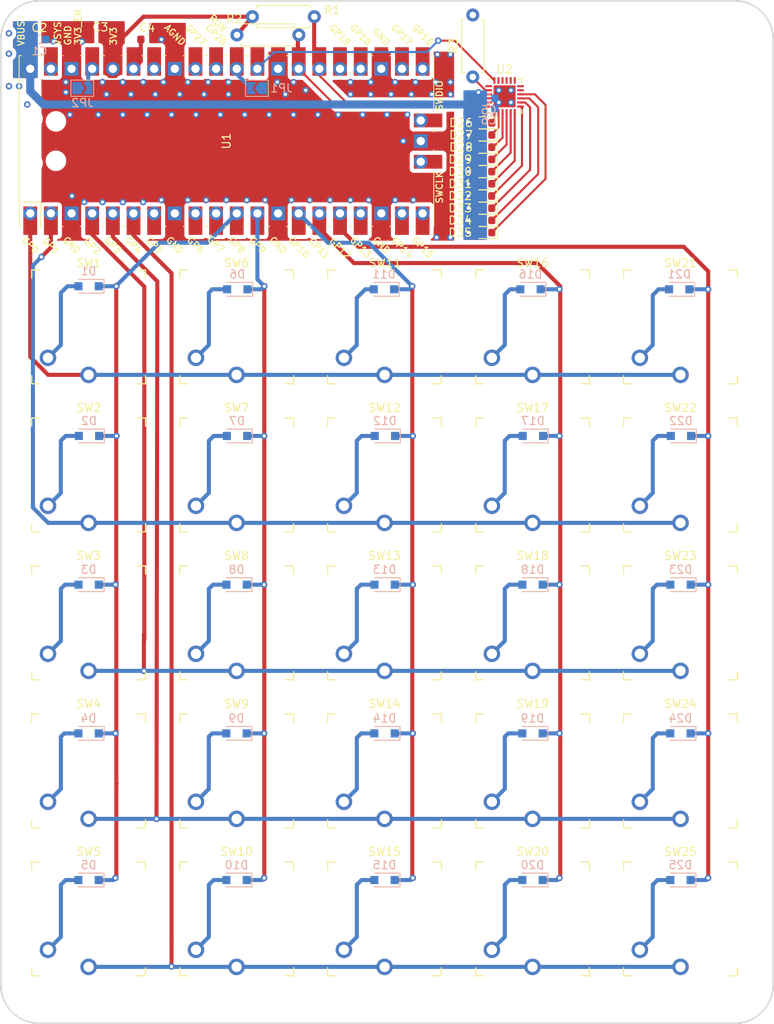
<source format=kicad_pcb>
(kicad_pcb (version 20211014) (generator pcbnew)
  (layers (0 "F.Cu" signal) (31 "B.Cu" signal) (34 "B.Paste" user) (35 "F.Paste" user) (36 "B.SilkS" user "B.Silkscreen") (37 "F.SilkS" user "F.Silkscreen") (38 "B.Mask" user) (39 "F.Mask" user) (44 "Edge.Cuts" user))
  (net 0 "")
  (net 1 "VBUS")
  (net 2 "GND")
  (net 3 "+3V3")
  (net 4 "Net-(C4-Pad1)")
  (net 5 "/Key Matrix/COL1")
  (net 6 "Net-(D1-Pad2)")
  (net 7 "Net-(D2-Pad2)")
  (net 8 "Net-(D3-Pad2)")
  (net 9 "Net-(D4-Pad2)")
  (net 10 "Net-(D5-Pad2)")
  (net 11 "/Key Matrix/COL2")
  (net 12 "Net-(D6-Pad2)")
  (net 13 "Net-(D7-Pad2)")
  (net 14 "Net-(D8-Pad2)")
  (net 15 "Net-(D9-Pad2)")
  (net 16 "Net-(D10-Pad2)")
  (net 17 "/Key Matrix/COL3")
  (net 18 "Net-(D11-Pad2)")
  (net 19 "Net-(D12-Pad2)")
  (net 20 "Net-(D13-Pad2)")
  (net 21 "Net-(D14-Pad2)")
  (net 22 "Net-(D15-Pad2)")
  (net 23 "/Key Matrix/COL4")
  (net 24 "Net-(D16-Pad2)")
  (net 25 "Net-(D17-Pad2)")
  (net 26 "Net-(D18-Pad2)")
  (net 27 "Net-(D19-Pad2)")
  (net 28 "Net-(D20-Pad2)")
  (net 29 "/Key Matrix/COL5")
  (net 30 "Net-(D21-Pad2)")
  (net 31 "Net-(D22-Pad2)")
  (net 32 "Net-(D23-Pad2)")
  (net 33 "Net-(D24-Pad2)")
  (net 34 "Net-(D25-Pad2)")
  (net 35 "Net-(JP1-Pad2)")
  (net 36 "Net-(JP2-Pad2)")
  (net 37 "Net-(D26-Pad1)")
  (net 38 "Net-(D27-Pad1)")
  (net 39 "/Key Matrix/ROW1")
  (net 40 "/Key Matrix/ROW2")
  (net 41 "/Key Matrix/ROW3")
  (net 42 "/Key Matrix/ROW4")
  (net 43 "/Key Matrix/ROW5")
  (net 44 "/Key Matrix/ROW6")
  (net 45 "/Key Matrix/ROW7")
  (net 46 "/Key Matrix/ROW8")
  (net 47 "/Key Matrix/COL6")
  (net 48 "/Key Matrix/COL7")
  (net 49 "/Key Matrix/COL8")
  (net 50 "/Pico/SPI0.MISO")
  (net 51 "/Pico/SPI0.B_CS")
  (net 52 "/Pico/SPI0.SCK")
  (net 53 "/Pico/SPI0.MOSI")
  (net 54 "Net-(D28-Pad1)")
  (net 61 "Net-(D29-Pad1)")
  (net 62 "Net-(D30-Pad1)")
  (net 63 "Net-(D31-Pad1)")
  (net 64 "Net-(D32-Pad1)")
  (net 65 "Net-(D33-Pad1)")
  (net 66 "Net-(D34-Pad1)")
  (net 67 "Net-(D35-Pad1)")
  (net 68 "/LED Matrix/I2C1.SDA")
  (net 69 "/LED Matrix/I2C1.SCL")
  (net 70 "Net-(R3-Pad1)")
  (net 71 "/LED Matrix/~{SDB}")
  (footprint "keyswitches:SW_PG1350" (layer "F.Cu") (at 90.138 127.412)
    (fp_text reference "SW14")
    (fp_text value "SW_DIP_x01")
  )
  (footprint "LED_SMD:LED_0603_1608Metric" (layer "F.Cu") (at 102.538 53.712 180)
    (fp_text reference "D30")
    (fp_text value "LED_Small")
  )
  (footprint "Capacitor_SMD:C_0603_1608Metric" (layer "F.Cu") (at 54.688 37.462 180)
    (fp_text reference "C3")
    (fp_text value "1u")
  )
  (footprint "Capacitor_SMD:C_0603_1608Metric" (layer "F.Cu") (at 60.938 37.462)
    (fp_text reference "C4")
    (fp_text value "1u")
  )
  (footprint "Capacitor_SMD:C_0603_1608Metric" (layer "F.Cu") (at 47.688 37.462)
    (fp_text reference "C2")
    (fp_text value "1u")
  )
  (footprint "LED_SMD:LED_0603_1608Metric" (layer "F.Cu") (at 102.538 61.212 180)
    (fp_text reference "D35")
    (fp_text value "LED_Small")
  )
  (footprint "keyswitches:SW_PG1350" (layer "F.Cu") (at 108.338 109.212)
    (fp_text reference "SW18")
    (fp_text value "SW_DIP_x01")
  )
  (footprint "keyswitches:SW_PG1350" (layer "F.Cu") (at 108.338 145.612)
    (fp_text reference "SW20")
    (fp_text value "SW_DIP_x01")
  )
  (footprint "keyswitches:SW_PG1350" (layer "F.Cu") (at 126.538 127.412)
    (fp_text reference "SW24")
    (fp_text value "SW_DIP_x01")
  )
  (footprint "keyswitches:SW_PG1350" (layer "F.Cu") (at 53.738 145.612)
    (fp_text reference "SW5")
    (fp_text value "SW_DIP_x01")
  )
  (footprint "LED_SMD:LED_0603_1608Metric" (layer "F.Cu") (at 102.538 50.712 180)
    (fp_text reference "D28")
    (fp_text value "LED_Small")
  )
  (footprint "MCU_RaspberryPi_and_Boards:RPi_Pico_SMD_TH" (layer "F.Cu") (at 70.688 49.962 90)
    (fp_text reference "U1")
    (fp_text value "Pico")
  )
  (footprint "Resistor_THT:R_Axial_DIN0207_L6.3mm_D2.5mm_P7.62mm_Horizontal" (layer "F.Cu") (at 100.988 42.072 90)
    (fp_text reference "R3")
    (fp_text value "4.7k")
  )
  (footprint "keyswitches:SW_PG1350" (layer "F.Cu") (at 108.338 72.812)
    (fp_text reference "SW16")
    (fp_text value "SW_DIP_x01")
  )
  (footprint "keyswitches:SW_PG1350" (layer "F.Cu") (at 126.538 145.612)
    (fp_text reference "SW25")
    (fp_text value "SW_DIP_x01")
  )
  (footprint "keyswitches:SW_PG1350" (layer "F.Cu") (at 90.138 109.212)
    (fp_text reference "SW13")
    (fp_text value "SW_DIP_x01")
  )
  (footprint "keyswitches:SW_PG1350" (layer "F.Cu") (at 71.938 127.412)
    (fp_text reference "SW9")
    (fp_text value "SW_DIP_x01")
  )
  (footprint "keyswitches:SW_PG1350" (layer "F.Cu") (at 108.338 127.412)
    (fp_text reference "SW19")
    (fp_text value "SW_DIP_x01")
  )
  (footprint "LED_SMD:LED_0603_1608Metric" (layer "F.Cu") (at 102.538 55.212 180)
    (fp_text reference "D31")
    (fp_text value "LED_Small")
  )
  (footprint "LED_SMD:LED_0603_1608Metric" (layer "F.Cu") (at 102.538 59.712 180)
    (fp_text reference "D34")
    (fp_text value "LED_Small")
  )
  (footprint "keyswitches:SW_PG1350" (layer "F.Cu") (at 71.938 145.612)
    (fp_text reference "SW10")
    (fp_text value "SW_DIP_x01")
  )
  (footprint "LED_SMD:LED_0603_1608Metric" (layer "F.Cu") (at 102.538 58.212 180)
    (fp_text reference "D33")
    (fp_text value "LED_Small")
  )
  (footprint "keyswitches:SW_PG1350" (layer "F.Cu") (at 71.938 72.812)
    (fp_text reference "SW6")
    (fp_text value "SW_DIP_x01")
  )
  (footprint "LED_SMD:LED_0603_1608Metric" (layer "F.Cu") (at 102.538 52.212 180)
    (fp_text reference "D29")
    (fp_text value "LED_Small")
  )
  (footprint "keyswitches:SW_PG1350" (layer "F.Cu") (at 90.138 145.612)
    (fp_text reference "SW15")
    (fp_text value "SW_DIP_x01")
  )
  (footprint "keyswitches:SW_PG1350" (layer "F.Cu") (at 71.938 91.012)
    (fp_text reference "SW7")
    (fp_text value "SW_DIP_x01")
  )
  (footprint "keyswitches:SW_PG1350" (layer "F.Cu") (at 90.138 72.812)
    (fp_text reference "SW11")
    (fp_text value "SW_DIP_x01")
  )
  (footprint "keyswitches:SW_PG1350" (layer "F.Cu") (at 53.738 109.212)
    (fp_text reference "SW3")
    (fp_text value "SW_DIP_x01")
  )
  (footprint "keyswitches:SW_PG1350" (layer "F.Cu") (at 71.938 109.212)
    (fp_text reference "SW8")
    (fp_text value "SW_DIP_x01")
  )
  (footprint "keyswitches:SW_PG1350" (layer "F.Cu") (at 126.538 72.812)
    (fp_text reference "SW21")
    (fp_text value "SW_DIP_x01")
  )
  (footprint "keyswitches:SW_PG1350" (layer "F.Cu") (at 126.538 91.012)
    (fp_text reference "SW22")
    (fp_text value "SW_DIP_x01")
  )
  (footprint "keyswitches:SW_PG1350" (layer "F.Cu") (at 53.738 91.012)
    (fp_text reference "SW2")
    (fp_text value "SW_DIP_x01")
  )
  (footprint "keyswitches:SW_PG1350" (layer "F.Cu") (at 126.538 109.212)
    (fp_text reference "SW23")
    (fp_text value "SW_DIP_x01")
  )
  (footprint "keyswitches:SW_PG1350" (layer "F.Cu") (at 90.138 91.012)
    (fp_text reference "SW12")
    (fp_text value "SW_DIP_x01")
  )
  (footprint "keyswitches:SW_PG1350" (layer "F.Cu") (at 108.338 91.012)
    (fp_text reference "SW17")
    (fp_text value "SW_DIP_x01")
  )
  (footprint "LED_SMD:LED_0603_1608Metric" (layer "F.Cu") (at 102.538 49.212 180)
    (fp_text reference "D27")
    (fp_text value "LED_Small")
  )
  (footprint "keyswitches:SW_PG1350" (layer "F.Cu") (at 53.738 127.412)
    (fp_text reference "SW4")
    (fp_text value "SW_DIP_x01")
  )
  (footprint "Resistor_THT:R_Axial_DIN0207_L6.3mm_D2.5mm_P7.62mm_Horizontal" (layer "F.Cu") (at 71.978 36.912)
    (fp_text reference "R2")
    (fp_text value "4.7k")
  )
  (footprint "LED_SMD:LED_0603_1608Metric" (layer "F.Cu") (at 102.538 47.712 180)
    (fp_text reference "D26")
    (fp_text value "LED_Small")
  )
  (footprint "LED_SMD:LED_0603_1608Metric" (layer "F.Cu") (at 102.5255 56.712 180)
    (fp_text reference "D32")
    (fp_text value "LED_Small")
  )
  (footprint "Resistor_THT:R_Axial_DIN0207_L6.3mm_D2.5mm_P7.62mm_Horizontal" (layer "F.Cu") (at 73.878 34.662)
    (fp_text reference "R1")
    (fp_text value "4.7k")
  )
  (footprint "Package_DFN_QFN:QFN-24-1EP_4x4mm_P0.5mm_EP2.7x2.7mm" (layer "F.Cu") (at 104.89892 44.462)
    (fp_text reference "U2")
    (fp_text value "IS31FL3218-QF")
  )
  (footprint "keyswitches:SW_PG1350" (layer "F.Cu") (at 53.738 72.812)
    (fp_text reference "SW1")
    (fp_text value "SW_DIP_x01")
  )
  (footprint "Diode_SMD:D_SOD-323_HandSoldering" (layer "B.Cu") (at 53.734 67.812 180)
    (fp_text reference "D1")
    (fp_text value "D_Small")
  )
  (footprint "Diode_SMD:D_SOD-323_HandSoldering" (layer "B.Cu") (at 71.924001 122.798 180)
    (fp_text reference "D9")
    (fp_text value "D_Small")
  )
  (footprint "Diode_SMD:D_SOD-323_HandSoldering" (layer "B.Cu") (at 126.534002 140.832 180)
    (fp_text reference "D25")
    (fp_text value "D_Small")
  )
  (footprint "Diode_SMD:D_SOD-323_HandSoldering" (layer "B.Cu") (at 53.783 86.222 180)
    (fp_text reference "D2")
    (fp_text value "D_Small")
  )
  (footprint "Jumper:SolderJumper-2_P1.3mm_Open_TrianglePad1.0x1.5mm" (layer "B.Cu") (at 52.963 43.462)
    (fp_text reference "JP2")
    (fp_text value "Jumper_2_Open")
  )
  (footprint "Diode_SMD:D_SOD-323_HandSoldering" (layer "B.Cu") (at 53.734 140.832 180)
    (fp_text reference "D5")
    (fp_text value "D_Small")
  )
  (footprint "Diode_SMD:D_SOD-323_HandSoldering" (layer "B.Cu") (at 71.993 86.222 180)
    (fp_text reference "D7")
    (fp_text value "D_Small")
  )
  (footprint "Diode_SMD:D_SOD-323_HandSoldering" (layer "B.Cu") (at 108.09 68.188 180)
    (fp_text reference "D16")
    (fp_text value "D_Small")
  )
  (footprint "Diode_SMD:D_SOD-323_HandSoldering" (layer "B.Cu") (at 53.734 122.798 180)
    (fp_text reference "D4")
    (fp_text value "D_Small")
  )
  (footprint "Capacitor_SMD:C_0603_1608Metric" (layer "B.Cu") (at 47.688 37.462)
    (fp_text reference "C1")
    (fp_text value "0.1u")
  )
  (footprint "Diode_SMD:D_SOD-323_HandSoldering" (layer "B.Cu") (at 108.333999 122.798 180)
    (fp_text reference "D19")
    (fp_text value "D_Small")
  )
  (footprint "Diode_SMD:D_SOD-323_HandSoldering" (layer "B.Cu") (at 71.934002 140.832 180)
    (fp_text reference "D10")
    (fp_text value "D_Small")
  )
  (footprint "Diode_SMD:D_SOD-323_HandSoldering" (layer "B.Cu") (at 126.378 68.188 180)
    (fp_text reference "D21")
    (fp_text value "D_Small")
  )
  (footprint "Diode_SMD:D_SOD-323_HandSoldering" (layer "B.Cu") (at 90.134002 140.832 180)
    (fp_text reference "D15")
    (fp_text value "D_Small")
  )
  (footprint "Capacitor_SMD:C_0603_1608Metric" (layer "B.Cu") (at 102.938 44.712)
    (fp_text reference "C5")
    (fp_text value "0.1u")
  )
  (footprint "Diode_SMD:D_SOD-323_HandSoldering" (layer "B.Cu") (at 126.534 122.798 180)
    (fp_text reference "D24")
    (fp_text value "D_Small")
  )
  (footprint "Capacitor_SMD:C_0603_1608Metric" (layer "B.Cu") (at 102.938 45.962)
    (fp_text reference "C6")
    (fp_text value "1u")
  )
  (footprint "Diode_SMD:D_SOD-323_HandSoldering" (layer "B.Cu") (at 90.144 104.51 180)
    (fp_text reference "D13")
    (fp_text value "D_Small")
  )
  (footprint "Diode_SMD:D_SOD-323_HandSoldering" (layer "B.Cu") (at 108.382999 86.222 180)
    (fp_text reference "D17")
    (fp_text value "D_Small")
  )
  (footprint "Diode_SMD:D_SOD-323_HandSoldering" (layer "B.Cu") (at 90.056 68.188 180)
    (fp_text reference "D11")
    (fp_text value "D_Small")
  )
  (footprint "Diode_SMD:D_SOD-323_HandSoldering" (layer "B.Cu") (at 53.744 104.51 180)
    (fp_text reference "D3")
    (fp_text value "D_Small")
  )
  (footprint "Diode_SMD:D_SOD-323_HandSoldering" (layer "B.Cu") (at 71.944001 104.51 180)
    (fp_text reference "D8")
    (fp_text value "D_Small")
  )
  (footprint "Diode_SMD:D_SOD-323_HandSoldering" (layer "B.Cu") (at 126.544002 104.51 180)
    (fp_text reference "D23")
    (fp_text value "D_Small")
  )
  (footprint "Diode_SMD:D_SOD-323_HandSoldering" (layer "B.Cu") (at 72.022 68.188 180)
    (fp_text reference "D6")
    (fp_text value "D_Small")
  )
  (footprint "Diode_SMD:D_SOD-323_HandSoldering" (layer "B.Cu") (at 108.344 104.51 180)
    (fp_text reference "D18")
    (fp_text value "D_Small")
  )
  (footprint "Jumper:SolderJumper-2_P1.3mm_Open_TrianglePad1.0x1.5mm" (layer "B.Cu") (at 74.438 43.462 180)
    (fp_text reference "JP1")
    (fp_text value "Jumper_2_Open")
  )
  (footprint "Diode_SMD:D_SOD-323_HandSoldering" (layer "B.Cu") (at 108.334001 140.832 180)
    (fp_text reference "D20")
    (fp_text value "D_Small")
  )
  (footprint "Diode_SMD:D_SOD-323_HandSoldering" (layer "B.Cu") (at 90.183 86.222 180)
    (fp_text reference "D12")
    (fp_text value "D_Small")
  )
  (footprint "Diode_SMD:D_SOD-323_HandSoldering" (layer "B.Cu") (at 90.134 122.798 180)
    (fp_text reference "D14")
    (fp_text value "D_Small")
  )
  (footprint "Diode_SMD:D_SOD-323_HandSoldering" (layer "B.Cu") (at 126.593 86.222 180)
    (fp_text reference "D22")
    (fp_text value "D_Small")
  )
  (gr_line (start 42.938 37.462) (end 42.938 153.712) (layer "Edge.Cuts") (width 0.2))
  (gr_arc (start 47.688 158.462) (mid 44.329243 157.070757) (end 42.938 153.712) (layer "Edge.Cuts") (width 0.2))
  (gr_line (start 47.688 32.712) (end 133.188 32.712) (layer "Edge.Cuts") (width 0.2))
  (gr_arc (start 133.188 32.712) (mid 136.546757 34.103243) (end 137.938 37.462) (layer "Edge.Cuts") (width 0.2))
  (gr_line (start 47.688 158.462) (end 133.188 158.462) (layer "Edge.Cuts") (width 0.2))
  (gr_line (start 137.938 153.712) (end 137.938 37.462) (layer "Edge.Cuts") (width 0.2))
  (gr_arc (start 137.938 153.712) (mid 136.546757 157.070757) (end 133.188 158.462) (layer "Edge.Cuts") (width 0.2))
  (gr_arc (start 42.938 37.462) (mid 44.329243 34.103243) (end 47.688 32.712) (layer "Edge.Cuts") (width 0.2))
  (segment (start 46.913 40.717) (end 46.558 41.072) (width 0.5) (layer "F.Cu") (net 1))
  (segment (start 101.930718 44.212) (end 101.684359 43.965641) (width 0.254) (layer "F.Cu") (net 1))
  (segment (start 46.913 37.462) (end 46.913 40.717) (width 0.5) (layer "F.Cu") (net 1))
  (segment (start 102.93642 44.212) (end 101.930718 44.212) (width 0.254) (layer "F.Cu") (net 1))
  (via (at 100.438 47.612) (size 0.8) (drill 0.4) (layers "F.Cu" "B.Cu") (net 1))
  (via (at 100.438 56.712) (size 0.8) (drill 0.4) (layers "F.Cu" "B.Cu") (net 1))
  (via (at 100.438 50.712) (size 0.8) (drill 0.4) (layers "F.Cu" "B.Cu") (net 1))
  (via (at 101.684359 43.965641) (size 0.8) (drill 0.4) (layers "F.Cu" "B.Cu") (net 1))
  (via (at 100.438 53.712) (size 0.8) (drill 0.4) (layers "F.Cu" "B.Cu") (net 1))
  (via (at 100.438 49.212) (size 0.8) (drill 0.4) (layers "F.Cu" "B.Cu") (net 1))
  (via (at 100.438 61.212) (size 0.8) (drill 0.4) (layers "F.Cu" "B.Cu") (net 1))
  (via (at 100.438 59.712) (size 0.8) (drill 0.4) (layers "F.Cu" "B.Cu") (net 1))
  (via (at 100.438 52.212) (size 0.8) (drill 0.4) (layers "F.Cu" "B.Cu") (net 1))
  (via (at 100.438 55.212) (size 0.8) (drill 0.4) (layers "F.Cu" "B.Cu") (net 1))
  (via (at 100.438 58.212) (size 0.8) (drill 0.4) (layers "F.Cu" "B.Cu") (net 1))
  (segment (start 101.413 45.462) (end 102.163 44.712) (width 1) (layer "B.Cu") (net 1))
  (segment (start 46.558 43.832) (end 48.188 45.462) (width 1) (layer "B.Cu") (net 1))
  (segment (start 48.188 45.462) (end 101.413 45.462) (width 1) (layer "B.Cu") (net 1))
  (segment (start 46.558 41.072) (end 46.558 43.832) (width 1) (layer "B.Cu") (net 1))
  (segment (start 104.64892 44.712) (end 104.89892 44.462) (width 0.254) (layer "F.Cu") (net 2))
  (segment (start 102.93642 44.712) (end 104.64892 44.712) (width 0.254) (layer "F.Cu") (net 2))
  (via (at 51.688 56.712) (size 0.8) (drill 0.4) (layers "F.Cu" "B.Cu") (net 2))
  (via (at 88.188 57.212) (size 0.8) (drill 0.4) (layers "F.Cu" "B.Cu") (net 2))
  (via (at 76.938 42.712) (size 0.8) (drill 0.4) (layers "F.Cu" "B.Cu") (net 2))
  (via (at 98.238 42.712) (size 0.8) (drill 0.4) (layers "F.Cu" "B.Cu") (net 2))
  (via (at 64.938 44.212) (size 0.8) (drill 0.4) (layers "F.Cu" "B.Cu") (net 2))
  (via (at 105.688 43.712) (size 0.8) (drill 0.4) (layers "F.Cu" "B.Cu") (net 2))
  (via (at 98.238 44.212) (size 0.8) (drill 0.4) (layers "F.Cu" "B.Cu") (net 2))
  (via (at 70.688 57.212) (size 0.8) (drill 0.4) (layers "F.Cu" "B.Cu") (net 2))
  (via (at 93.688 57.212) (size 0.8) (drill 0.4) (layers "F.Cu" "B.Cu") (net 2))
  (via (at 69.938 46.712) (size 0.8) (drill 0.4) (layers "F.Cu" "B.Cu") (net 2))
  (via (at 85.938 44.212) (size 0.8) (drill 0.4) (layers "F.Cu" "B.Cu") (net 2))
  (via (at 52.938 37.712) (size 0.8) (drill 0.4) (layers "F.Cu" "B.Cu") (net 2))
  (via (at 62.938 42.712) (size 0.8) (drill 0.4) (layers "F.Cu" "B.Cu") (net 2))
  (via (at 95.938 44.212) (size 0.8) (drill 0.4) (layers "F.Cu" "B.Cu") (net 2))
  (via (at 92.938 46.712) (size 0.8) (drill 0.4) (layers "F.Cu" "B.Cu") (net 2))
  (via (at 70.938 44.212) (size 0.8) (drill 0.4) (layers "F.Cu" "B.Cu") (net 2))
  (via (at 55.438 57.462) (size 0.8) (drill 0.4) (layers "F.Cu" "B.Cu") (net 2))
  (via (at 62.688 57.212) (size 0.8) (drill 0.4) (layers "F.Cu" "B.Cu") (net 2))
  (via (at 96.538 61.812) (size 0.8) (drill 0.4) (layers "F.Cu" "B.Cu") (net 2))
  (via (at 57.938 57.462) (size 0.8) (drill 0.4) (layers "F.Cu" "B.Cu") (net 2))
  (via (at 72.938 46.712) (size 0.8) (drill 0.4) (layers "F.Cu" "B.Cu") (net 2))
  (via (at 43.938 39.212) (size 0.8) (drill 0.4) (layers "F.Cu" "B.Cu") (net 2))
  (via (at 80.938 57.212) (size 0.8) (drill 0.4) (layers "F.Cu" "B.Cu") (net 2))
  (via (at 78.938 46.712) (size 0.8) (drill 0.4) (layers "F.Cu" "B.Cu") (net 2))
  (via (at 85.938 57.212) (size 0.8) (drill 0.4) (layers "F.Cu" "B.Cu") (net 2))
  (via (at 66.938 46.712) (size 0.8) (drill 0.4) (layers "F.Cu" "B.Cu") (net 2))
  (via (at 104.188 45.212) (size 0.8) (drill 0.4) (layers "F.Cu" "B.Cu") (net 2))
  (via (at 46.188 45.462) (size 0.8) (drill 0.4) (layers "F.Cu" "B.Cu") (net 2))
  (via (at 49.438 37.712) (size 0.8) (drill 0.4) (layers "F.Cu" "B.Cu") (net 2))
  (via (at 61.938 44.212) (size 0.8) (drill 0.4) (layers "F.Cu" "B.Cu") (net 2))
  (via (at 78.688 57.212) (size 0.8) (drill 0.4) (layers "F.Cu" "B.Cu") (net 2))
  (via (at 55.938 44.212) (size 0.8) (drill 0.4) (layers "F.Cu" "B.Cu") (net 2))
  (via (at 91.438 42.712) (size 0.8) (drill 0.4) (layers "F.Cu" "B.Cu") (net 2))
  (via (at 70.938 42.712) (size 0.8) (drill 0.4) (layers "F.Cu" "B.Cu") (net 2))
  (via (at 98.238 61.812) (size 0.8) (drill 0.4) (layers "F.Cu" "B.Cu") (net 2))
  (via (at 88.438 44.212) (size 0.8) (drill 0.4) (layers "F.Cu" "B.Cu") (net 2))
  (via (at 68.438 42.712) (size 0.8) (drill 0.4) (layers "F.Cu" "B.Cu") (net 2))
  (via (at 63.938 46.712) (size 0.8) (drill 0.4) (layers "F.Cu" "B.Cu") (net 2))
  (via (at 67.938 44.212) (size 0.8) (drill 0.4) (layers "F.Cu" "B.Cu") (net 2))
  (via (at 50.938 42.712) (size 0.8) (drill 0.4) (layers "F.Cu" "B.Cu") (net 2))
  (via (at 91.438 57.212) (size 0.8) (drill 0.4) (layers "F.Cu" "B.Cu") (net 2))
  (via (at 60.438 57.462) (size 0.8) (drill 0.4) (layers "F.Cu" "B.Cu") (net 2))
  (via (at 75.938 46.712) (size 0.8) (drill 0.4) (layers "F.Cu" "B.Cu") (net 2))
  (via (at 43.938 43.212) (size 0.8) (drill 0.4) (layers "F.Cu" "B.Cu") (net 2))
  (via (at 62.688 37.462) (size 0.8) (drill 0.4) (layers "F.Cu" "B.Cu") (net 2))
  (via (at 90.938 44.212) (size 0.8) (drill 0.4) (layers "F.Cu" "B.Cu") (net 2))
  (via (at 96.438 42.712) (size 0.8) (drill 0.4) (layers "F.Cu" "B.Cu") (net 2))
  (via (at 84.438 46.712) (size 0.8) (drill 0.4) (layers "F.Cu" "B.Cu") (net 2))
  (via (at 93.438 44.212) (size 0.8) (drill 0.4) (layers "F.Cu" "B.Cu") (net 2))
  (via (at 83.438 57.212) (size 0.8) (drill 0.4) (layers "F.Cu" "B.Cu") (net 2))
  (via (at 105.688 45.212) (size 0.8) (drill 0.4) (layers "F.Cu" "B.Cu") (net 2))
  (via (at 88.438 42.712) (size 0.8) (drill 0.4) (layers "F.Cu" "B.Cu") (net 2))
  (via (at 57.938 42.712) (size 0.8) (drill 0.4) (layers "F.Cu" "B.Cu") (net 2))
  (via (at 50.938 43.962) (size 0.8) (drill 0.4) (layers "F.Cu" "B.Cu") (net 2))
  (via (at 51.438 46.712) (size 0.8) (drill 0.4) (layers "F.Cu" "B.Cu") (net 2))
  (via (at 85.938 42.712) (size 0.8) (drill 0.4) (layers "F.Cu" "B.Cu") (net 2))
  (via (at 98.238 39.312) (size 0.8) (drill 0.4) (layers "F.Cu" "B.Cu") (net 2))
  (via (at 68.188 57.212) (size 0.8) (drill 0.4) (layers "F.Cu" "B.Cu") (net 2))
  (via (at 77.938 44.212) (size 0.8) (drill 0.4) (layers "F.Cu" "B.Cu") (net 2))
  (via (at 45.188 43.212) (size 0.8) (drill 0.4) (layers "F.Cu" "B.Cu") (net 2))
  (via (at 80.438 43.712) (size 0.8) (drill 0.4) (layers "F.Cu" "B.Cu") (net 2))
  (via (at 53.188 57.462) (size 0.8) (drill 0.4) (layers "F.Cu" "B.Cu") (net 2))
  (via (at 104.188 43.712) (size 0.8) (drill 0.4) (layers "F.Cu" "B.Cu") (net 2))
  (via (at 93.938 42.712) (size 0.8) (drill 0.4) (layers "F.Cu" "B.Cu") (net 2))
  (via (at 78.938 42.712) (size 0.8) (drill 0.4) (layers "F.Cu" "B.Cu") (net 2))
  (via (at 60.938 46.712) (size 0.8) (drill 0.4) (layers "F.Cu" "B.Cu") (net 2))
  (via (at 92.438 49.962) (size 0.8) (drill 0.4) (layers "F.Cu" "B.Cu") (net 2))
  (via (at 65.938 57.212) (size 0.8) (drill 0.4) (layers "F.Cu" "B.Cu") (net 2))
  (via (at 55.438 42.712) (size 0.8) (drill 0.4) (layers "F.Cu" "B.Cu") (net 2))
  (via (at 73.188 57.212) (size 0.8) (drill 0.4) (layers "F.Cu" "B.Cu") (net 2))
  (via (at 58.938 44.212) (size 0.8) (drill 0.4) (layers "F.Cu" "B.Cu") (net 2))
  (via (at 87.438 46.712) (size 0.8) (drill 0.4) (layers "F.Cu" "B.Cu") (net 2))
  (via (at 75.438 57.212) (size 0.8) (drill 0.4) (layers "F.Cu" "B.Cu") (net 2))
  (via (at 90.438 46.712) (size 0.8) (drill 0.4) (layers "F.Cu" "B.Cu") (net 2))
  (via (at 96.638 39.312) (size 0.8) (drill 0.4) (layers "F.Cu" "B.Cu") (net 2))
  (via (at 65.938 42.712) (size 0.8) (drill 0.4) (layers "F.Cu" "B.Cu") (net 2))
  (via (at 54.938 46.712) (size 0.8) (drill 0.4) (layers "F.Cu" "B.Cu") (net 2))
  (via (at 43.938 36.712) (size 0.8) (drill 0.4) (layers "F.Cu" "B.Cu") (net 2))
  (via (at 81.938 46.712) (size 0.8) (drill 0.4) (layers "F.Cu" "B.Cu") (net 2))
  (via (at 60.438 42.712) (size 0.8) (drill 0.4) (layers "F.Cu" "B.Cu") (net 2))
  (via (at 57.938 46.712) (size 0.8) (drill 0.4) (layers "F.Cu" "B.Cu") (net 2))
  (segment (start 60.488 34.662) (end 71.838 34.662) (width 0.5) (layer "F.Cu") (net 3))
  (segment (start 73.878 35.012) (end 73.878 34.662) (width 0.254) (layer "F.Cu") (net 3))
  (segment (start 73.878 34.662) (end 71.978 36.912) (width 0.5) (layer "F.Cu") (net 3))
  (segment (start 56.718 41.072) (end 56.718 38.432) (width 0.5) (layer "F.Cu") (net 3))
  (segment (start 71.838 34.662) (end 73.878 34.662) (width 0.5) (layer "F.Cu") (net 3))
  (segment (start 56.718 38.432) (end 60.488 34.662) (width 0.5) (layer "F.Cu") (net 3))
  (segment (start 60.163 40.167) (end 59.258 41.072) (width 0.5) (layer "F.Cu") (net 4))
  (segment (start 60.163 37.462) (end 60.163 40.167) (width 0.5) (layer "F.Cu") (net 4))
  (segment (start 57.138 104.202) (end 57.148 104.212) (width 0.5) (layer "F.Cu") (net 5))
  (segment (start 57.138 67.822) (end 57.138 86.012) (width 0.5) (layer "F.Cu") (net 5))
  (segment (start 57.148 67.812) (end 57.138 67.822) (width 0.5) (layer "F.Cu") (net 5))
  (segment (start 57.148 104.212) (end 57.148 111.252) (width 0.5) (layer "F.Cu") (net 5))
  (segment (start 57.188 128.962) (end 57.148 128.922) (width 0.5) (layer "F.Cu") (net 5))
  (segment (start 57.148 128.922) (end 57.148 140.612) (width 0.5) (layer "F.Cu") (net 5))
  (segment (start 57.148 111.252) (end 57.148 128.922) (width 0.5) (layer "F.Cu") (net 5))
  (segment (start 57.138 86.012) (end 57.138 104.202) (width 0.5) (layer "F.Cu") (net 5))
  (via (at 57.163 86.222) (size 0.8) (drill 0.4) (layers "F.Cu" "B.Cu") (net 5))
  (via (at 57.036 122.798) (size 0.8) (drill 0.4) (layers "F.Cu" "B.Cu") (net 5))
  (via (at 57.036 104.51) (size 0.8) (drill 0.4) (layers "F.Cu" "B.Cu") (net 5))
  (via (at 57.036 140.578) (size 0.8) (drill 0.4) (layers "F.Cu" "B.Cu") (net 5))
  (via (at 57.148 67.812) (size 0.8) (drill 0.4) (layers "F.Cu" "B.Cu") (net 5))
  (segment (start 54.984 67.812) (end 57.148 67.812) (width 0.5) (layer "B.Cu") (net 5))
  (segment (start 71.958 58.852) (end 68.348 62.462) (width 0.5) (layer "B.Cu") (net 5))
  (segment (start 56.782 140.832) (end 57.036 140.578) (width 0.5) (layer "B.Cu") (net 5))
  (segment (start 54.984 140.832) (end 56.782 140.832) (width 0.5) (layer "B.Cu") (net 5))
  (segment (start 54.984 122.798) (end 57.036 122.798) (width 0.5) (layer "B.Cu") (net 5))
  (segment (start 57.148 67.752) (end 57.148 67.812) (width 0.5) (layer "B.Cu") (net 5))
  (segment (start 55.033 86.222) (end 57.163 86.222) (width 0.5) (layer "B.Cu") (net 5))
  (segment (start 68.348 62.462) (end 62.438 62.462) (width 0.5) (layer "B.Cu") (net 5))
  (segment (start 62.438 62.462) (end 57.148 67.752) (width 0.5) (layer "B.Cu") (net 5))
  (segment (start 54.994 104.51) (end 57.036 104.51) (width 0.5) (layer "B.Cu") (net 5))
  (segment (start 52.484 67.812) (end 51.127998 67.812) (width 0.5) (layer "B.Cu") (net 6))
  (segment (start 50.327999 68.611999) (end 50.327999 75.022001) (width 0.5) (layer "B.Cu") (net 6))
  (segment (start 50.327999 75.022001) (end 48.738 76.612) (width 0.5) (layer "B.Cu") (net 6))
  (segment (start 51.127998 67.812) (end 50.327999 68.611999) (width 0.5) (layer "B.Cu") (net 6))
  (segment (start 50.317999 86.811999) (end 50.317999 93.232001) (width 0.5) (layer "B.Cu") (net 7))
  (segment (start 52.533 86.222) (end 50.907998 86.222) (width 0.5) (layer "B.Cu") (net 7))
  (segment (start 50.907998 86.222) (end 50.317999 86.811999) (width 0.5) (layer "B.Cu") (net 7))
  (segment (start 50.317999 93.232001) (end 48.738 94.812) (width 0.5) (layer "B.Cu") (net 7))
  (segment (start 50.327999 105.011999) (end 50.327999 111.422001) (width 0.5) (layer "B.Cu") (net 8))
  (segment (start 50.327999 111.422001) (end 48.738 113.012) (width 0.5) (layer "B.Cu") (net 8))
  (segment (start 52.494 104.51) (end 50.829998 104.51) (width 0.5) (layer "B.Cu") (net 8))
  (segment (start 50.829998 104.51) (end 50.327999 105.011999) (width 0.5) (layer "B.Cu") (net 8))
  (segment (start 50.327999 129.622001) (end 48.738 131.212) (width 0.5) (layer "B.Cu") (net 9))
  (segment (start 50.327999 123.211999) (end 50.327999 129.622001) (width 0.5) (layer "B.Cu") (net 9))
  (segment (start 52.484 122.798) (end 50.741998 122.798) (width 0.5) (layer "B.Cu") (net 9))
  (segment (start 50.741998 122.798) (end 50.327999 123.211999) (width 0.5) (layer "B.Cu") (net 9))
  (segment (start 50.327999 141.411999) (end 50.327999 147.822001) (width 0.5) (layer "B.Cu") (net 10))
  (segment (start 52.484 140.832) (end 50.907998 140.832) (width 0.5) (layer "B.Cu") (net 10))
  (segment (start 50.907998 140.832) (end 50.327999 141.411999) (width 0.5) (layer "B.Cu") (net 10))
  (segment (start 50.327999 147.822001) (end 48.738 149.412) (width 0.5) (layer "B.Cu") (net 10))
  (segment (start 75.348 140.612) (end 75.348 67.812) (width 0.5) (layer "F.Cu") (net 11))
  (via (at 75.324 86.222) (size 0.8) (drill 0.4) (layers "F.Cu" "B.Cu") (net 11))
  (via (at 75.324 104.51) (size 0.8) (drill 0.4) (layers "F.Cu" "B.Cu") (net 11))
  (via (at 75.324 122.798) (size 0.8) (drill 0.4) (layers "F.Cu" "B.Cu") (net 11))
  (via (at 75.324 140.578) (size 0.8) (drill 0.4) (layers "F.Cu" "B.Cu") (net 11))
  (via (at 75.348 67.812) (size 0.8) (drill 0.4) (layers "F.Cu" "B.Cu") (net 11))
  (segment (start 74.498 58.852) (end 74.498 66.962) (width 0.5) (layer "B.Cu") (net 11))
  (segment (start 73.174001 122.798) (end 75.324 122.798) (width 0.5) (layer "B.Cu") (net 11))
  (segment (start 73.272 68.188) (end 74.972 68.188) (width 0.5) (layer "B.Cu") (net 11))
  (segment (start 73.184002 140.832) (end 75.07 140.832) (width 0.5) (layer "B.Cu") (net 11))
  (segment (start 74.972 68.188) (end 75.348 67.812) (width 0.5) (layer "B.Cu") (net 11))
  (segment (start 75.07 140.832) (end 75.324 140.578) (width 0.5) (layer "B.Cu") (net 11))
  (segment (start 73.194001 104.51) (end 75.324 104.51) (width 0.5) (layer "B.Cu") (net 11))
  (segment (start 73.243 86.222) (end 75.324 86.222) (width 0.5) (layer "B.Cu") (net 11))
  (segment (start 74.498 66.962) (end 75.348 67.812) (width 0.5) (layer "B.Cu") (net 11))
  (segment (start 68.527999 68.611999) (end 68.527999 75.022001) (width 0.5) (layer "B.Cu") (net 12))
  (segment (start 70.772 68.188) (end 68.951998 68.188) (width 0.5) (layer "B.Cu") (net 12))
  (segment (start 68.527999 75.022001) (end 66.938 76.612) (width 0.5) (layer "B.Cu") (net 12))
  (segment (start 68.951998 68.188) (end 68.527999 68.611999) (width 0.5) (layer "B.Cu") (net 12))
  (segment (start 70.743 86.222) (end 69.117998 86.222) (width 0.5) (layer "B.Cu") (net 13))
  (segment (start 69.117998 86.222) (end 68.527999 86.811999) (width 0.5) (layer "B.Cu") (net 13))
  (segment (start 68.527999 93.222001) (end 66.938 94.812) (width 0.5) (layer "B.Cu") (net 13))
  (segment (start 68.527999 86.811999) (end 68.527999 93.222001) (width 0.5) (layer "B.Cu") (net 13))
  (segment (start 70.694001 104.51) (end 69.029998 104.51) (width 0.5) (layer "B.Cu") (net 14))
  (segment (start 68.527999 111.422001) (end 66.938 113.012) (width 0.5) (layer "B.Cu") (net 14))
  (segment (start 69.029998 104.51) (end 68.527999 105.011999) (width 0.5) (layer "B.Cu") (net 14))
  (segment (start 68.527999 105.011999) (end 68.527999 111.422001) (width 0.5) (layer "B.Cu") (net 14))
  (segment (start 68.931998 122.798) (end 68.517999 123.211999) (width 0.5) (layer "B.Cu") (net 15))
  (segment (start 70.674001 122.798) (end 68.931998 122.798) (width 0.5) (layer "B.Cu") (net 15))
  (segment (start 68.517999 123.211999) (end 68.517999 129.632001) (width 0.5) (layer "B.Cu") (net 15))
  (segment (start 68.517999 129.632001) (end 66.938 131.212) (width 0.5) (layer "B.Cu") (net 15))
  (segment (start 70.684002 140.832) (end 69.107998 140.832) (width 0.5) (layer "B.Cu") (net 16))
  (segment (start 68.527999 147.822001) (end 66.938 149.412) (width 0.5) (layer "B.Cu") (net 16))
  (segment (start 68.527999 141.411999) (end 68.527999 147.822001) (width 0.5) (layer "B.Cu") (net 16))
  (segment (start 69.107998 140.832) (end 68.527999 141.411999) (width 0.5) (layer "B.Cu") (net 16))
  (segment (start 93.548 140.612) (end 93.548 67.822) (width 0.5) (layer "F.Cu") (net 17))
  (segment (start 93.548 67.822) (end 93.538 67.812) (width 0.5) (layer "F.Cu") (net 17))
  (via (at 93.612 104.51) (size 0.8) (drill 0.4) (layers "F.Cu" "B.Cu") (net 17))
  (via (at 93.612 140.578) (size 0.8) (drill 0.4) (layers "F.Cu" "B.Cu") (net 17))
  (via (at 93.612 86.222) (size 0.8) (drill 0.4) (layers "F.Cu" "B.Cu") (net 17))
  (via (at 93.612 122.798) (size 0.8) (drill 0.4) (layers "F.Cu" "B.Cu") (net 17))
  (via (at 93.538 67.812) (size 0.8) (drill 0.4) (layers "F.Cu" "B.Cu") (net 17))
  (segment (start 93.358 140.832) (end 93.612 140.578) (width 0.5) (layer "B.Cu") (net 17))
  (segment (start 79.578 58.852) (end 83.188 62.462) (width 0.5) (layer "B.Cu") (net 17))
  (segment (start 91.433 86.222) (end 93.612 86.222) (width 0.5) (layer "B.Cu") (net 17))
  (segment (start 91.384 122.798) (end 93.612 122.798) (width 0.5) (layer "B.Cu") (net 17))
  (segment (start 91.384002 140.832) (end 93.358 140.832) (width 0.5) (layer "B.Cu") (net 17))
  (segment (start 83.188 62.462) (end 88.188 62.462) (width 0.5) (layer "B.Cu") (net 17))
  (segment (start 88.188 62.462) (end 93.538 67.812) (width 0.5) (layer "B.Cu") (net 17))
  (segment (start 93.162 68.188) (end 93.538 67.812) (width 0.5) (layer "B.Cu") (net 17))
  (segment (start 91.306 68.188) (end 93.162 68.188) (width 0.5) (layer "B.Cu") (net 17))
  (segment (start 91.394 104.51) (end 93.612 104.51) (width 0.5) (layer "B.Cu") (net 17))
  (segment (start 87.77 68.188) (end 86.717999 69.240001) (width 0.5) (layer "B.Cu") (net 18))
  (segment (start 86.717999 69.240001) (end 86.717999 75.032001) (width 0.5) (layer "B.Cu") (net 18))
  (segment (start 86.717999 75.032001) (end 85.138 76.612) (width 0.5) (layer "B.Cu") (net 18))
  (segment (start 87.77 68.188) (end 88.806 68.188) (width 0.5) (layer "B.Cu") (net 18))
  (segment (start 86.717999 86.811999) (end 86.717999 93.232001) (width 0.5) (layer "B.Cu") (net 19))
  (segment (start 87.307998 86.222) (end 86.717999 86.811999) (width 0.5) (layer "B.Cu") (net 19))
  (segment (start 88.933 86.222) (end 87.307998 86.222) (width 0.5) (layer "B.Cu") (net 19))
  (segment (start 86.717999 93.232001) (end 85.138 94.812) (width 0.5) (layer "B.Cu") (net 19))
  (segment (start 87.229998 104.51) (end 86.727999 105.011999) (width 0.5) (layer "B.Cu") (net 20))
  (segment (start 88.894 104.51) (end 87.229998 104.51) (width 0.5) (layer "B.Cu") (net 20))
  (segment (start 86.727999 105.011999) (end 86.727999 111.422001) (width 0.5) (layer "B.Cu") (net 20))
  (segment (start 86.727999 111.422001) (end 85.138 113.012) (width 0.5) (layer "B.Cu") (net 20))
  (segment (start 86.727999 123.332001) (end 86.727999 129.622001) (width 0.5) (layer "B.Cu") (net 21))
  (segment (start 87.262 122.798) (end 86.727999 123.332001) (width 0.5) (layer "B.Cu") (net 21))
  (segment (start 88.884 122.798) (end 87.262 122.798) (width 0.5) (layer "B.Cu") (net 21))
  (segment (start 86.727999 129.622001) (end 85.138 131.212) (width 0.5) (layer "B.Cu") (net 21))
  (segment (start 88.884002 140.832) (end 87.307998 140.832) (width 0.5) (layer "B.Cu") (net 22))
  (segment (start 87.307998 140.832) (end 86.727999 141.411999) (width 0.5) (layer "B.Cu") (net 22))
  (segment (start 86.727999 141.411999) (end 86.727999 147.822001) (width 0.5) (layer "B.Cu") (net 22))
  (segment (start 86.727999 147.822001) (end 85.138 149.412) (width 0.5) (layer "B.Cu") (net 22))
  (segment (start 86.368978 64.962) (end 108.898 64.962) (width 0.5) (layer "F.Cu") (net 23))
  (segment (start 82.118 58.852) (end 82.118 60.711022) (width 0.5) (layer "F.Cu") (net 23))
  (segment (start 111.748 67.812) (end 111.748 140.612) (width 0.5) (layer "F.Cu") (net 23))
  (segment (start 82.118 60.711022) (end 86.368978 64.962) (width 0.5) (layer "F.Cu") (net 23))
  (segment (start 108.898 64.962) (end 111.748 67.812) (width 0.5) (layer "F.Cu") (net 23))
  (via (at 111.646 140.578) (size 0.8) (drill 0.4) (layers "F.Cu" "B.Cu") (net 23))
  (via (at 111.646 104.51) (size 0.8) (drill 0.4) (layers "F.Cu" "B.Cu") (net 23))
  (via (at 111.646 68.188) (size 0.8) (drill 0.4) (layers "F.Cu" "B.Cu") (net 23))
  (via (at 111.646 122.798) (size 0.8) (drill 0.4) (layers "F.Cu" "B.Cu") (net 23))
  (via (at 111.646 86.222) (size 0.8) (drill 0.4) (layers "F.Cu" "B.Cu") (net 23))
  (segment (start 109.632999 86.222) (end 111.646 86.222) (width 0.5) (layer "B.Cu") (net 23))
  (segment (start 109.594 104.51) (end 111.646 104.51) (width 0.5) (layer "B.Cu") (net 23))
  (segment (start 109.34 68.188) (end 111.646 68.188) (width 0.5) (layer "B.Cu") (net 23))
  (segment (start 111.392 140.832) (end 111.646 140.578) (width 0.5) (layer "B.Cu") (net 23))
  (segment (start 109.584001 140.832) (end 111.392 140.832) (width 0.5) (layer "B.Cu") (net 23))
  (segment (start 109.583999 122.798) (end 111.646 122.798) (width 0.5) (layer "B.Cu") (net 23))
  (segment (start 106.84 68.188) (end 105.575998 68.188) (width 0.5) (layer "B.Cu") (net 24))
  (segment (start 104.927999 68.835999) (end 104.927999 75.022001) (width 0.5) (layer "B.Cu") (net 24))
  (segment (start 105.575998 68.188) (end 104.927999 68.835999) (width 0.5) (layer "B.Cu") (net 24))
  (segment (start 104.927999 75.022001) (end 103.338 76.612) (width 0.5) (layer "B.Cu") (net 24))
  (segment (start 107.132999 86.222) (end 105.507998 86.222) (width 0.5) (layer "B.Cu") (net 25))
  (segment (start 104.917999 93.232001) (end 103.338 94.812) (width 0.5) (layer "B.Cu") (net 25))
  (segment (start 105.507998 86.222) (end 104.917999 86.811999) (width 0.5) (layer "B.Cu") (net 25))
  (segment (start 104.917999 86.811999) (end 104.917999 93.232001) (width 0.5) (layer "B.Cu") (net 25))
  (segment (start 107.094 104.51) (end 105.429998 104.51) (width 0.5) (layer "B.Cu") (net 26))
  (segment (start 104.927999 105.011999) (end 104.927999 111.422001) (width 0.5) (layer "B.Cu") (net 26))
  (segment (start 105.429998 104.51) (end 104.927999 105.011999) (width 0.5) (layer "B.Cu") (net 26))
  (segment (start 104.927999 111.422001) (end 103.338 113.012) (width 0.5) (layer "B.Cu") (net 26))
  (segment (start 105.341998 122.798) (end 104.927999 123.211999) (width 0.5) (layer "B.Cu") (net 27))
  (segment (start 107.083999 122.798) (end 105.341998 122.798) (width 0.5) (layer "B.Cu") (net 27))
  (segment (start 104.927999 129.622001) (end 103.338 131.212) (width 0.5) (layer "B.Cu") (net 27))
  (segment (start 104.927999 123.211999) (end 104.927999 129.622001) (width 0.5) (layer "B.Cu") (net 27))
  (segment (start 107.084001 140.832) (end 105.507998 140.832) (width 0.5) (layer "B.Cu") (net 28))
  (segment (start 104.927999 147.822001) (end 103.338 149.412) (width 0.5) (layer "B.Cu") (net 28))
  (segment (start 104.927999 141.411999) (end 104.927999 147.822001) (width 0.5) (layer "B.Cu") (net 28))
  (segment (start 105.507998 140.832) (end 104.927999 141.411999) (width 0.5) (layer "B.Cu") (net 28))
  (segment (start 84.658 60.711022) (end 86.908978 62.962) (width 0.5) (layer "F.Cu") (net 29))
  (segment (start 129.948 65.972) (end 129.948 67.812) (width 0.5) (layer "F.Cu") (net 29))
  (segment (start 129.948 140.612) (end 129.948 67.812) (width 0.5) (layer "F.Cu") (net 29))
  (segment (start 86.908978 62.962) (end 126.938 62.962) (width 0.5) (layer "F.Cu") (net 29))
  (segment (start 126.938 62.962) (end 129.948 65.972) (width 0.5) (layer "F.Cu") (net 29))
  (segment (start 84.658 58.852) (end 84.658 60.711022) (width 0.5) (layer "F.Cu") (net 29))
  (via (at 129.934 140.578) (size 0.8) (drill 0.4) (layers "F.Cu" "B.Cu") (net 29))
  (via (at 129.934 86.222) (size 0.8) (drill 0.4) (layers "F.Cu" "B.Cu") (net 29))
  (via (at 129.934 122.798) (size 0.8) (drill 0.4) (layers "F.Cu" "B.Cu") (net 29))
  (via (at 129.934 68.188) (size 0.8) (drill 0.4) (layers "F.Cu" "B.Cu") (net 29))
  (via (at 129.934 104.51) (size 0.8) (drill 0.4) (layers "F.Cu" "B.Cu") (net 29))
  (segment (start 127.628 68.188) (end 129.934 68.188) (width 0.5) (layer "B.Cu") (net 29))
  (segment (start 127.784002 140.832) (end 129.68 140.832) (width 0.5) (layer "B.Cu") (net 29))
  (segment (start 127.784 122.798) (end 129.934 122.798) (width 0.5) (layer "B.Cu") (net 29))
  (segment (start 127.843 86.222) (end 129.934 86.222) (width 0.5) (layer "B.Cu") (net 29))
  (segment (start 129.68 140.832) (end 129.934 140.578) (width 0.5) (layer "B.Cu") (net 29))
  (segment (start 127.794002 104.51) (end 129.934 104.51) (width 0.5) (layer "B.Cu") (net 29))
  (segment (start 123.127999 75.022001) (end 121.538 76.612) (width 0.5) (layer "B.Cu") (net 30))
  (segment (start 123.838 68.188) (end 123.127999 68.898001) (width 0.5) (layer "B.Cu") (net 30))
  (segment (start 123.127999 68.898001) (end 123.127999 75.022001) (width 0.5) (layer "B.Cu") (net 30))
  (segment (start 125.128 68.188) (end 123.838 68.188) (width 0.5) (layer "B.Cu") (net 30))
  (segment (start 123.127999 86.811999) (end 123.127999 93.222001) (width 0.5) (layer "B.Cu") (net 31))
  (segment (start 125.343 86.222) (end 123.717998 86.222) (width 0.5) (layer "B.Cu") (net 31))
  (segment (start 123.717998 86.222) (end 123.127999 86.811999) (width 0.5) (layer "B.Cu") (net 31))
  (segment (start 123.127999 93.222001) (end 121.538 94.812) (width 0.5) (layer "B.Cu") (net 31))
  (segment (start 125.294002 104.51) (end 123.629998 104.51) (width 0.5) (layer "B.Cu") (net 32))
  (segment (start 123.127999 111.422001) (end 121.538 113.012) (width 0.5) (layer "B.Cu") (net 32))
  (segment (start 123.127999 105.011999) (end 123.127999 111.422001) (width 0.5) (layer "B.Cu") (net 32))
  (segment (start 123.629998 104.51) (end 123.127999 105.011999) (width 0.5) (layer "B.Cu") (net 32))
  (segment (start 123.127999 129.622001) (end 121.538 131.212) (width 0.5) (layer "B.Cu") (net 33))
  (segment (start 123.127999 123.357999) (end 123.127999 129.622001) (width 0.5) (layer "B.Cu") (net 33))
  (segment (start 123.687998 122.798) (end 123.127999 123.357999) (width 0.5) (layer "B.Cu") (net 33))
  (segment (start 125.284 122.798) (end 123.687998 122.798) (width 0.5) (layer "B.Cu") (net 33))
  (segment (start 125.284002 140.832) (end 123.707998 140.832) (width 0.5) (layer "B.Cu") (net 34))
  (segment (start 123.127999 147.822001) (end 121.538 149.412) (width 0.5) (layer "B.Cu") (net 34))
  (segment (start 123.707998 140.832) (end 123.127999 141.411999) (width 0.5) (layer "B.Cu") (net 34))
  (segment (start 123.127999 141.411999) (end 123.127999 147.822001) (width 0.5) (layer "B.Cu") (net 34))
  (segment (start 71.958 41.072) (end 71.958 41.707) (width 0.5) (layer "B.Cu") (net 35))
  (segment (start 71.958 41.707) (end 73.713 43.462) (width 0.5) (layer "B.Cu") (net 35))
  (segment (start 53.688 41.562) (end 54.178 41.072) (width 0.5) (layer "B.Cu") (net 36))
  (segment (start 53.688 43.462) (end 53.688 41.562) (width 0.5) (layer "B.Cu") (net 36))
  (segment (start 103.64892 46.4245) (end 103.64892 47.28858) (width 0.254) (layer "F.Cu") (net 37))
  (segment (start 103.64892 47.28858) (end 103.2255 47.712) (width 0.254) (layer "F.Cu") (net 37))
  (segment (start 104.14892 48.28858) (end 103.2255 49.212) (width 0.254) (layer "F.Cu") (net 38))
  (segment (start 104.14892 46.4245) (end 104.14892 48.28858) (width 0.254) (layer "F.Cu") (net 38))
  (segment (start 46.558 58.852) (end 46.558 76.504547) (width 0.5) (layer "F.Cu") (net 39))
  (segment (start 48.765453 78.712) (end 53.738 78.712) (width 0.5) (layer "F.Cu") (net 39))
  (segment (start 46.558 76.504547) (end 48.765453 78.712) (width 0.5) (layer "F.Cu") (net 39))
  (segment (start 53.738 78.712) (end 126.538 78.712) (width 0.5) (layer "B.Cu") (net 39))
  (segment (start 49.098 63.052) (end 47.938 64.212) (width 0.5) (layer "F.Cu") (net 40))
  (segment (start 49.098 58.852) (end 49.098 63.052) (width 0.5) (layer "F.Cu") (net 40))
  (via (at 47.938 64.212) (size 0.8) (drill 0.4) (layers "F.Cu" "B.Cu") (net 40))
  (segment (start 126.538 96.912) (end 53.738 96.912) (width 0.5) (layer "B.Cu") (net 40))
  (segment (start 47.938 64.212) (end 46.887579 65.262421) (width 0.5) (layer "B.Cu") (net 40))
  (segment (start 46.887579 95.034126) (end 48.765453 96.912) (width 0.5) (layer "B.Cu") (net 40))
  (segment (start 46.887579 65.262421) (end 46.887579 95.034126) (width 0.5) (layer "B.Cu") (net 40))
  (segment (start 48.765453 96.912) (end 53.738 96.912) (width 0.5) (layer "B.Cu") (net 40))
  (segment (start 60.588421 110.561579) (end 60.588421 111.311579) (width 0.5) (layer "F.Cu") (net 41))
  (segment (start 60.538 115.112) (end 60.538 110.612) (width 0.5) (layer "F.Cu") (net 41))
  (segment (start 54.178 58.852) (end 54.178 61.452) (width 0.5) (layer "F.Cu") (net 41))
  (segment (start 60.588421 67.862421) (end 60.588421 110.561579) (width 0.5) (layer "F.Cu") (net 41))
  (segment (start 60.538 110.612) (end 60.588421 110.561579) (width 0.5) (layer "F.Cu") (net 41))
  (segment (start 54.178 61.452) (end 60.588421 67.862421) (width 0.5) (layer "F.Cu") (net 41))
  (via (at 60.538 115.112) (size 0.8) (drill 0.4) (layers "F.Cu" "B.Cu") (net 41))
  (segment (start 53.738 115.112) (end 60.538 115.112) (width 0.5) (layer "B.Cu") (net 41))
  (segment (start 60.538 115.112) (end 126.538 115.112) (width 0.5) (layer "B.Cu") (net 41))
  (segment (start 62.188 67.212) (end 62.088 133.312) (width 0.5) (layer "F.Cu") (net 42))
  (segment (start 56.718 58.852) (end 56.718 61.742) (width 0.5) (layer "F.Cu") (net 42))
  (segment (start 56.718 61.742) (end 62.188 67.212) (width 0.5) (layer "F.Cu") (net 42))
  (via (at 62.088 133.312) (size 0.8) (drill 0.4) (layers "F.Cu" "B.Cu") (net 42))
  (segment (start 126.538 133.312) (end 62.088 133.312) (width 0.5) (layer "B.Cu") (net 42))
  (segment (start 62.088 133.312) (end 53.738 133.312) (width 0.5) (layer "B.Cu") (net 42))
  (segment (start 63.938 66.212) (end 63.938 147.962) (width 0.5) (layer "F.Cu") (net 43))
  (segment (start 59.258 58.852) (end 59.258 61.532) (width 0.5) (layer "F.Cu") (net 43))
  (segment (start 59.258 61.532) (end 63.938 66.212) (width 0.5) (layer "F.Cu") (net 43))
  (segment (start 63.938 147.962) (end 63.938 151.462) (width 0.5) (layer "F.Cu") (net 43))
  (via (at 63.938 151.462) (size 0.8) (drill 0.4) (layers "F.Cu" "B.Cu") (net 43))
  (segment (start 126.538 151.512) (end 53.738 151.512) (width 0.5) (layer "B.Cu") (net 43))
  (segment (start 104.64892 49.53858) (end 103.4755 50.712) (width 0.254) (layer "F.Cu") (net 54))
  (segment (start 104.64892 46.4245) (end 104.64892 49.53858) (width 0.254) (layer "F.Cu") (net 54))
  (segment (start 105.14892 50.38858) (end 103.3255 52.212) (width 0.254) (layer "F.Cu") (net 61))
  (segment (start 105.14892 46.4245) (end 105.14892 50.38858) (width 0.254) (layer "F.Cu") (net 61))
  (segment (start 105.64892 51.38858) (end 103.3255 53.712) (width 0.254) (layer "F.Cu") (net 62))
  (segment (start 105.64892 46.4245) (end 105.64892 51.38858) (width 0.254) (layer "F.Cu") (net 62))
  (segment (start 106.14892 46.4245) (end 106.14892 52.38858) (width 0.254) (layer "F.Cu") (net 63))
  (segment (start 106.14892 52.38858) (end 103.3255 55.212) (width 0.254) (layer "F.Cu") (net 63))
  (segment (start 107.038 45.88858) (end 106.86142 45.712) (width 0.254) (layer "F.Cu") (net 64))
  (segment (start 103.313 56.712) (end 107.038 52.987) (width 0.254) (layer "F.Cu") (net 64))
  (segment (start 107.038 52.987) (end 107.038 45.88858) (width 0.254) (layer "F.Cu") (net 64))
  (segment (start 108.038 53.4995) (end 103.3255 58.212) (width 0.254) (layer "F.Cu") (net 65))
  (segment (start 107.438 45.212) (end 108.038 45.812) (width 0.254) (layer "F.Cu") (net 65))
  (segment (start 106.86142 45.212) (end 107.438 45.212) (width 0.254) (layer "F.Cu") (net 65))
  (segment (start 108.038 45.812) (end 108.038 53.4995) (width 0.254) (layer "F.Cu") (net 65))
  (segment (start 107.938 44.712) (end 106.86142 44.712) (width 0.254) (layer "F.Cu") (net 66))
  (segment (start 103.3255 59.712) (end 109.038 53.9995) (width 0.254) (layer "F.Cu") (net 66))
  (segment (start 109.038 45.812) (end 107.938 44.712) (width 0.254) (layer "F.Cu") (net 66))
  (segment (start 109.038 53.9995) (end 109.038 45.812) (width 0.254) (layer "F.Cu") (net 66))
  (segment (start 109.938 45.512) (end 109.938 54.5995) (width 0.254) (layer "F.Cu") (net 67))
  (segment (start 106.86142 44.212) (end 108.638 44.212) (width 0.254) (layer "F.Cu") (net 67))
  (segment (start 108.638 44.212) (end 109.938 45.512) (width 0.254) (layer "F.Cu") (net 67))
  (segment (start 109.938 54.5995) (end 103.3255 61.212) (width 0.254) (layer "F.Cu") (net 67))
  (segment (start 81.478 34.712) (end 81.478 40.432) (width 0.5) (layer "F.Cu") (net 68))
  (segment (start 81.478 40.432) (end 82.118 41.072) (width 0.5) (layer "F.Cu") (net 68))
  (segment (start 85.438 45.212) (end 82.118 41.892) (width 0.254) (layer "F.Cu") (net 68))
  (segment (start 102.93642 45.212) (end 85.438 45.212) (width 0.254) (layer "F.Cu") (net 68))
  (segment (start 82.118 41.892) (end 82.118 41.072) (width 0.254) (layer "F.Cu") (net 68))
  (segment (start 79.578 41.072) (end 84.218 45.712) (width 0.254) (layer "F.Cu") (net 69))
  (segment (start 79.478 36.962) (end 79.478 40.972) (width 0.5) (layer "F.Cu") (net 69))
  (segment (start 79.478 40.972) (end 79.578 41.072) (width 0.5) (layer "F.Cu") (net 69))
  (segment (start 84.218 45.712) (end 102.93642 45.712) (width 0.254) (layer "F.Cu") (net 69))
  (segment (start 100.988 42.072) (end 100.988 42.156092) (width 0.25) (layer "F.Cu") (net 70))
  (segment (start 102.543908 43.712) (end 102.93642 43.712) (width 0.25) (layer "F.Cu") (net 70))
  (segment (start 100.988 42.156092) (end 102.543908 43.712) (width 0.25) (layer "F.Cu") (net 70))
  (segment (start 103.64892 42.4995) (end 98.76142 37.612) (width 0.254) (layer "F.Cu") (net 71))
  (segment (start 98.76142 37.612) (end 96.738 37.612) (width 0.254) (layer "F.Cu") (net 71))
  (via (at 96.738 37.612) (size 0.8) (drill 0.4) (layers "F.Cu" "B.Cu") (net 71))
  (segment (start 76.558 39.012) (end 74.498 41.072) (width 0.254) (layer "B.Cu") (net 71))
  (segment (start 96.738 37.612) (end 95.338 39.012) (width 0.254) (layer "B.Cu") (net 71))
  (segment (start 95.338 39.012) (end 76.558 39.012) (width 0.254) (layer "B.Cu") (net 71))
  (zone (net 2) (net_name "GND") (layer "F.Cu") (priority 1) (connect_pads yes (clearance 0.508)) (min_thickness 0.254) (fill yes (thermal_gap 0.508) (thermal_bridge_width 0.508))
    (polygon (pts (xy 98.688 62.212) (xy 47.938 62.212) (xy 47.938 38.962) (xy 98.688 38.962)))
  )
  (zone (net 2) (net_name "GND") (layer "F.Cu") (priority 1) (connect_pads yes (clearance 0.508)) (min_thickness 0.15) (fill yes (thermal_gap 0.508) (thermal_bridge_width 0.508))
    (polygon (pts (xy 65.688 42.212) (xy 61.188 42.212) (xy 61.188 35.212) (xy 65.688 35.212)))
  )
  (zone (net 3) (net_name "+3V3") (layer "F.Cu") (priority 1) (connect_pads yes (clearance 0.508)) (min_thickness 0.15) (fill yes (thermal_gap 0.508) (thermal_bridge_width 0.508))
    (polygon (pts (xy 58.188 42.212) (xy 54.938 42.212) (xy 54.938 35.212) (xy 58.188 35.212)))
  )
  (zone (net 2) (net_name "GND") (layer "F.Cu") (priority 1) (connect_pads yes (clearance 0.508)) (min_thickness 0.254) (fill yes (thermal_gap 0.508) (thermal_bridge_width 0.508))
    (polygon (pts (xy 54.438 42.212) (xy 47.938 42.212) (xy 47.938 35.212) (xy 54.438 35.212)))
  )
  (zone (net 1) (net_name "VBUS") (layers F&B.Cu) (priority 1) (connect_pads yes (clearance 0.508)) (min_thickness 0.254) (fill yes (thermal_gap 0.508) (thermal_bridge_width 0.508))
    (polygon (pts (xy 47.488 42.212) (xy 44.438 42.212) (xy 44.438 35.212) (xy 47.488 35.212)))
  )
  (zone (net 1) (net_name "VBUS") (layer "F.Cu") (priority 1) (connect_pads yes (clearance 0.508)) (min_thickness 0.254) (fill yes (thermal_gap 0.508) (thermal_bridge_width 0.508))
    (polygon (pts (xy 102.738 62.112) (xy 99.838 62.112) (xy 99.838 46.112) (xy 102.738 46.112)))
  )
  (zone (net 1) (net_name "VBUS") (layer "B.Cu") (priority 1) (connect_pads yes (clearance 0.508)) (min_thickness 0.254) (fill yes (thermal_gap 0.508) (thermal_bridge_width 0.508))
    (polygon (pts (xy 102.738 62.112) (xy 99.838 62.112) (xy 99.838 43.712) (xy 102.738 43.712)))
  )
)
</source>
